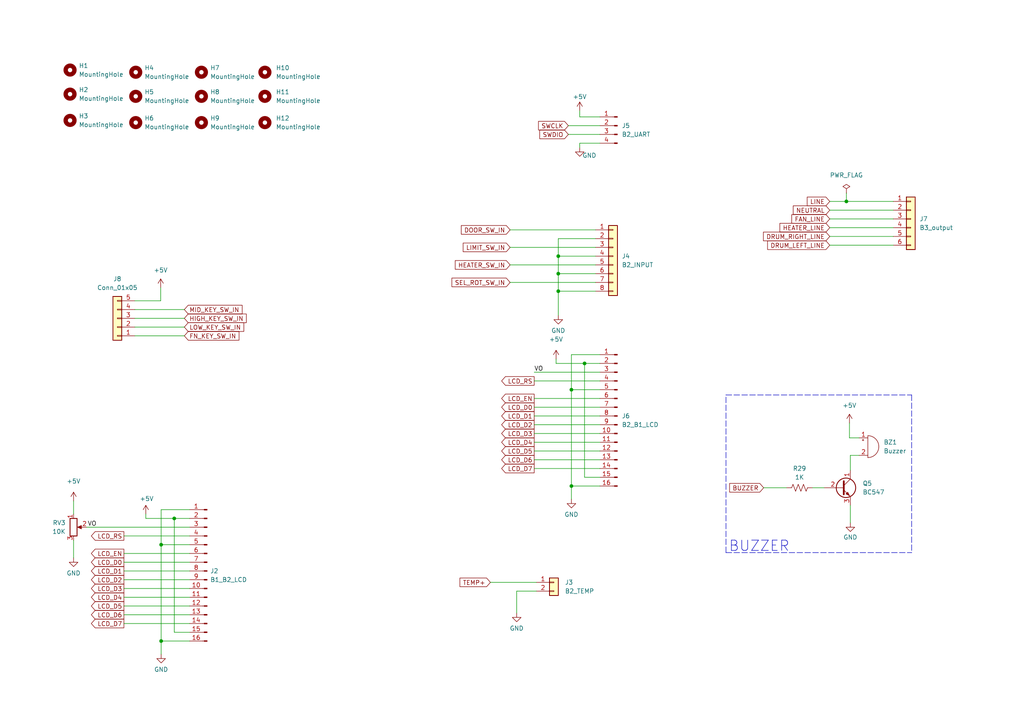
<source format=kicad_sch>
(kicad_sch (version 20211123) (generator eeschema)
  (paper "A4")
  (lib_symbols
    (symbol "Connector:Conn_01x04_Male" (pin_names (offset 1.016) hide)
      (property "Reference" "J" (at 0 5.08 0))
      (property "Value" "Conn_01x04_Male" (at 0 -7.62 0))
      (symbol "Conn_01x04_Male_1_1"
        (polyline (pts (xy 1.27 -5.08) (xy 0.8636 -5.08)) (stroke (width 0.1524)))
        (polyline (pts (xy 1.27 -2.54) (xy 0.8636 -2.54)) (stroke (width 0.1524)))
        (polyline (pts (xy 1.27 0) (xy 0.8636 0)) (stroke (width 0.1524)))
        (polyline (pts (xy 1.27 2.54) (xy 0.8636 2.54)) (stroke (width 0.1524)))
        (rectangle (start 0.8636 -4.953) (end 0 -5.207) (stroke (width 0.1524)) (fill (type outline)))
        (rectangle (start 0.8636 -2.413) (end 0 -2.667) (stroke (width 0.1524)) (fill (type outline)))
        (rectangle (start 0.8636 0.127) (end 0 -0.127) (stroke (width 0.1524)) (fill (type outline)))
        (rectangle (start 0.8636 2.667) (end 0 2.413) (stroke (width 0.1524)) (fill (type outline)))
        (pin passive line (at 5.08 2.54 180) (length 3.81) (name "Pin_1") (number "1"))
        (pin passive line (at 5.08 0 180) (length 3.81) (name "Pin_2") (number "2"))
        (pin passive line (at 5.08 -2.54 180) (length 3.81) (name "Pin_3") (number "3"))
        (pin passive line (at 5.08 -5.08 180) (length 3.81) (name "Pin_4") (number "4"))
      )
    )
    (symbol "Connector:Conn_01x16_Male" (pin_names (offset 1.016) hide)
      (property "Reference" "J" (at 0 20.32 0))
      (property "Value" "Conn_01x16_Male" (at 0 -22.86 0))
      (symbol "Conn_01x16_Male_1_1"
        (polyline (pts (xy 1.27 -20.32) (xy 0.8636 -20.32)) (stroke (width 0.1524)))
        (polyline (pts (xy 1.27 -17.78) (xy 0.8636 -17.78)) (stroke (width 0.1524)))
        (polyline (pts (xy 1.27 -15.24) (xy 0.8636 -15.24)) (stroke (width 0.1524)))
        (polyline (pts (xy 1.27 -12.7) (xy 0.8636 -12.7)) (stroke (width 0.1524)))
        (polyline (pts (xy 1.27 -10.16) (xy 0.8636 -10.16)) (stroke (width 0.1524)))
        (polyline (pts (xy 1.27 -7.62) (xy 0.8636 -7.62)) (stroke (width 0.1524)))
        (polyline (pts (xy 1.27 -5.08) (xy 0.8636 -5.08)) (stroke (width 0.1524)))
        (polyline (pts (xy 1.27 -2.54) (xy 0.8636 -2.54)) (stroke (width 0.1524)))
        (polyline (pts (xy 1.27 0) (xy 0.8636 0)) (stroke (width 0.1524)))
        (polyline (pts (xy 1.27 2.54) (xy 0.8636 2.54)) (stroke (width 0.1524)))
        (polyline (pts (xy 1.27 5.08) (xy 0.8636 5.08)) (stroke (width 0.1524)))
        (polyline (pts (xy 1.27 7.62) (xy 0.8636 7.62)) (stroke (width 0.1524)))
        (polyline (pts (xy 1.27 10.16) (xy 0.8636 10.16)) (stroke (width 0.1524)))
        (polyline (pts (xy 1.27 12.7) (xy 0.8636 12.7)) (stroke (width 0.1524)))
        (polyline (pts (xy 1.27 15.24) (xy 0.8636 15.24)) (stroke (width 0.1524)))
        (polyline (pts (xy 1.27 17.78) (xy 0.8636 17.78)) (stroke (width 0.1524)))
        (rectangle (start 0.8636 -20.193) (end 0 -20.447) (stroke (width 0.1524)) (fill (type outline)))
        (rectangle (start 0.8636 -17.653) (end 0 -17.907) (stroke (width 0.1524)) (fill (type outline)))
        (rectangle (start 0.8636 -15.113) (end 0 -15.367) (stroke (width 0.1524)) (fill (type outline)))
        (rectangle (start 0.8636 -12.573) (end 0 -12.827) (stroke (width 0.1524)) (fill (type outline)))
        (rectangle (start 0.8636 -10.033) (end 0 -10.287) (stroke (width 0.1524)) (fill (type outline)))
        (rectangle (start 0.8636 -7.493) (end 0 -7.747) (stroke (width 0.1524)) (fill (type outline)))
        (rectangle (start 0.8636 -4.953) (end 0 -5.207) (stroke (width 0.1524)) (fill (type outline)))
        (rectangle (start 0.8636 -2.413) (end 0 -2.667) (stroke (width 0.1524)) (fill (type outline)))
        (rectangle (start 0.8636 0.127) (end 0 -0.127) (stroke (width 0.1524)) (fill (type outline)))
        (rectangle (start 0.8636 2.667) (end 0 2.413) (stroke (width 0.1524)) (fill (type outline)))
        (rectangle (start 0.8636 5.207) (end 0 4.953) (stroke (width 0.1524)) (fill (type outline)))
        (rectangle (start 0.8636 7.747) (end 0 7.493) (stroke (width 0.1524)) (fill (type outline)))
        (rectangle (start 0.8636 10.287) (end 0 10.033) (stroke (width 0.1524)) (fill (type outline)))
        (rectangle (start 0.8636 12.827) (end 0 12.573) (stroke (width 0.1524)) (fill (type outline)))
        (rectangle (start 0.8636 15.367) (end 0 15.113) (stroke (width 0.1524)) (fill (type outline)))
        (rectangle (start 0.8636 17.907) (end 0 17.653) (stroke (width 0.1524)) (fill (type outline)))
        (pin passive line (at 5.08 17.78 180) (length 3.81) (name "Pin_1") (number "1"))
        (pin passive line (at 5.08 -5.08 180) (length 3.81) (name "Pin_10") (number "10"))
        (pin passive line (at 5.08 -7.62 180) (length 3.81) (name "Pin_11") (number "11"))
        (pin passive line (at 5.08 -10.16 180) (length 3.81) (name "Pin_12") (number "12"))
        (pin passive line (at 5.08 -12.7 180) (length 3.81) (name "Pin_13") (number "13"))
        (pin passive line (at 5.08 -15.24 180) (length 3.81) (name "Pin_14") (number "14"))
        (pin passive line (at 5.08 -17.78 180) (length 3.81) (name "Pin_15") (number "15"))
        (pin passive line (at 5.08 -20.32 180) (length 3.81) (name "Pin_16") (number "16"))
        (pin passive line (at 5.08 15.24 180) (length 3.81) (name "Pin_2") (number "2"))
        (pin passive line (at 5.08 12.7 180) (length 3.81) (name "Pin_3") (number "3"))
        (pin passive line (at 5.08 10.16 180) (length 3.81) (name "Pin_4") (number "4"))
        (pin passive line (at 5.08 7.62 180) (length 3.81) (name "Pin_5") (number "5"))
        (pin passive line (at 5.08 5.08 180) (length 3.81) (name "Pin_6") (number "6"))
        (pin passive line (at 5.08 2.54 180) (length 3.81) (name "Pin_7") (number "7"))
        (pin passive line (at 5.08 0 180) (length 3.81) (name "Pin_8") (number "8"))
        (pin passive line (at 5.08 -2.54 180) (length 3.81) (name "Pin_9") (number "9"))
      )
    )
    (symbol "Connector_Generic:Conn_01x02" (pin_names (offset 1.016) hide)
      (property "Reference" "J" (at 0 2.54 0))
      (property "Value" "Conn_01x02" (at 0 -5.08 0))
      (symbol "Conn_01x02_1_1"
        (rectangle (start -1.27 -2.413) (end 0 -2.667) (stroke (width 0.1524)))
        (rectangle (start -1.27 0.127) (end 0 -0.127) (stroke (width 0.1524)))
        (rectangle (start -1.27 1.27) (end 1.27 -3.81) (stroke (width 0.254)) (fill (type background)))
        (pin passive line (at -5.08 0 0) (length 3.81) (name "Pin_1") (number "1"))
        (pin passive line (at -5.08 -2.54 0) (length 3.81) (name "Pin_2") (number "2"))
      )
    )
    (symbol "Connector_Generic:Conn_01x05" (pin_names (offset 1.016) hide)
      (property "Reference" "J" (at 0 7.62 0))
      (property "Value" "Conn_01x05" (at 0 -7.62 0))
      (symbol "Conn_01x05_1_1"
        (rectangle (start -1.27 -4.953) (end 0 -5.207) (stroke (width 0.1524)))
        (rectangle (start -1.27 -2.413) (end 0 -2.667) (stroke (width 0.1524)))
        (rectangle (start -1.27 0.127) (end 0 -0.127) (stroke (width 0.1524)))
        (rectangle (start -1.27 2.667) (end 0 2.413) (stroke (width 0.1524)))
        (rectangle (start -1.27 5.207) (end 0 4.953) (stroke (width 0.1524)))
        (rectangle (start -1.27 6.35) (end 1.27 -6.35) (stroke (width 0.254)) (fill (type background)))
        (pin passive line (at -5.08 5.08 0) (length 3.81) (name "Pin_1") (number "1"))
        (pin passive line (at -5.08 2.54 0) (length 3.81) (name "Pin_2") (number "2"))
        (pin passive line (at -5.08 0 0) (length 3.81) (name "Pin_3") (number "3"))
        (pin passive line (at -5.08 -2.54 0) (length 3.81) (name "Pin_4") (number "4"))
        (pin passive line (at -5.08 -5.08 0) (length 3.81) (name "Pin_5") (number "5"))
      )
    )
    (symbol "Connector_Generic:Conn_01x06" (pin_names (offset 1.016) hide)
      (property "Reference" "J" (at 0 7.62 0))
      (property "Value" "Conn_01x06" (at 0 -10.16 0))
      (symbol "Conn_01x06_1_1"
        (rectangle (start -1.27 -7.493) (end 0 -7.747) (stroke (width 0.1524)))
        (rectangle (start -1.27 -4.953) (end 0 -5.207) (stroke (width 0.1524)))
        (rectangle (start -1.27 -2.413) (end 0 -2.667) (stroke (width 0.1524)))
        (rectangle (start -1.27 0.127) (end 0 -0.127) (stroke (width 0.1524)))
        (rectangle (start -1.27 2.667) (end 0 2.413) (stroke (width 0.1524)))
        (rectangle (start -1.27 5.207) (end 0 4.953) (stroke (width 0.1524)))
        (rectangle (start -1.27 6.35) (end 1.27 -8.89) (stroke (width 0.254)) (fill (type background)))
        (pin passive line (at -5.08 5.08 0) (length 3.81) (name "Pin_1") (number "1"))
        (pin passive line (at -5.08 2.54 0) (length 3.81) (name "Pin_2") (number "2"))
        (pin passive line (at -5.08 0 0) (length 3.81) (name "Pin_3") (number "3"))
        (pin passive line (at -5.08 -2.54 0) (length 3.81) (name "Pin_4") (number "4"))
        (pin passive line (at -5.08 -5.08 0) (length 3.81) (name "Pin_5") (number "5"))
        (pin passive line (at -5.08 -7.62 0) (length 3.81) (name "Pin_6") (number "6"))
      )
    )
    (symbol "Connector_Generic:Conn_01x08" (pin_names (offset 1.016) hide)
      (property "Reference" "J" (at 0 10.16 0))
      (property "Value" "Conn_01x08" (at 0 -12.7 0))
      (symbol "Conn_01x08_1_1"
        (rectangle (start -1.27 -10.033) (end 0 -10.287) (stroke (width 0.1524)))
        (rectangle (start -1.27 -7.493) (end 0 -7.747) (stroke (width 0.1524)))
        (rectangle (start -1.27 -4.953) (end 0 -5.207) (stroke (width 0.1524)))
        (rectangle (start -1.27 -2.413) (end 0 -2.667) (stroke (width 0.1524)))
        (rectangle (start -1.27 0.127) (end 0 -0.127) (stroke (width 0.1524)))
        (rectangle (start -1.27 2.667) (end 0 2.413) (stroke (width 0.1524)))
        (rectangle (start -1.27 5.207) (end 0 4.953) (stroke (width 0.1524)))
        (rectangle (start -1.27 7.747) (end 0 7.493) (stroke (width 0.1524)))
        (rectangle (start -1.27 8.89) (end 1.27 -11.43) (stroke (width 0.254)) (fill (type background)))
        (pin passive line (at -5.08 7.62 0) (length 3.81) (name "Pin_1") (number "1"))
        (pin passive line (at -5.08 5.08 0) (length 3.81) (name "Pin_2") (number "2"))
        (pin passive line (at -5.08 2.54 0) (length 3.81) (name "Pin_3") (number "3"))
        (pin passive line (at -5.08 0 0) (length 3.81) (name "Pin_4") (number "4"))
        (pin passive line (at -5.08 -2.54 0) (length 3.81) (name "Pin_5") (number "5"))
        (pin passive line (at -5.08 -5.08 0) (length 3.81) (name "Pin_6") (number "6"))
        (pin passive line (at -5.08 -7.62 0) (length 3.81) (name "Pin_7") (number "7"))
        (pin passive line (at -5.08 -10.16 0) (length 3.81) (name "Pin_8") (number "8"))
      )
    )
    (symbol "Device:Buzzer" (pin_names (offset 0.0254) hide)
      (property "Reference" "BZ" (at 3.81 1.27 0))
      (property "Value" "Buzzer" (at 3.81 -1.27 0))
      (symbol "Buzzer_0_1"
        (arc (start 0 -3.175) (mid 3.175 0) (end 0 3.175))
        (polyline (pts (xy -1.651 1.905) (xy -1.143 1.905)))
        (polyline (pts (xy -1.397 2.159) (xy -1.397 1.651)))
        (polyline (pts (xy 0 3.175) (xy 0 -3.175)))
      )
      (symbol "Buzzer_1_1"
        (pin passive line (at -2.54 2.54 0) (length 2.54) (name "-") (number "1"))
        (pin passive line (at -2.54 -2.54 0) (length 2.54) (name "+") (number "2"))
      )
    )
    (symbol "Device:R_Potentiometer" (pin_names (offset 1.016) hide)
      (property "Reference" "RV" (at -4.445 0 90))
      (property "Value" "R_Potentiometer" (at -2.54 0 90))
      (symbol "R_Potentiometer_0_1"
        (polyline (pts (xy 2.54 0) (xy 1.524 0)))
        (polyline (pts (xy 1.143 0) (xy 2.286 0.508) (xy 2.286 -0.508) (xy 1.143 0)) (fill (type outline)))
        (rectangle (start 1.016 2.54) (end -1.016 -2.54) (stroke (width 0.254)))
      )
      (symbol "R_Potentiometer_1_1"
        (pin passive line (at 0 3.81 270) (length 1.27) (name "1") (number "1"))
        (pin passive line (at 3.81 0 180) (length 1.27) (name "2") (number "2"))
        (pin passive line (at 0 -3.81 90) (length 1.27) (name "3") (number "3"))
      )
    )
    (symbol "Device:R_US" (pin_numbers hide) (pin_names (offset 0))
      (property "Reference" "R" (at 2.54 0 90))
      (property "Value" "R_US" (at -2.54 0 90))
      (symbol "R_US_0_1"
        (polyline (pts (xy 0 -2.286) (xy 0 -2.54)))
        (polyline (pts (xy 0 2.286) (xy 0 2.54)))
        (polyline (pts (xy 0 -0.762) (xy 1.016 -1.143) (xy 0 -1.524) (xy -1.016 -1.905) (xy 0 -2.286)))
        (polyline (pts (xy 0 0.762) (xy 1.016 0.381) (xy 0 0) (xy -1.016 -0.381) (xy 0 -0.762)))
        (polyline (pts (xy 0 2.286) (xy 1.016 1.905) (xy 0 1.524) (xy -1.016 1.143) (xy 0 0.762)))
      )
      (symbol "R_US_1_1"
        (pin passive line (at 0 3.81 270) (length 1.27) (name "~") (number "1"))
        (pin passive line (at 0 -3.81 90) (length 1.27) (name "~") (number "2"))
      )
    )
    (symbol "Mechanical:MountingHole" (pin_names (offset 1.016))
      (property "Reference" "H" (at 0 5.08 0))
      (property "Value" "MountingHole" (at 0 3.175 0))
      (symbol "MountingHole_0_1"
        (circle (center 0 0) (radius 1.27) (stroke (width 1.27)))
      )
    )
    (symbol "Transistor_BJT:BC547" (pin_names (offset 0) hide)
      (property "Reference" "Q" (at 5.08 1.905 0))
      (property "Value" "BC547" (at 5.08 0 0))
      (symbol "BC547_0_1"
        (polyline (pts (xy 0 0) (xy 0.635 0)))
        (polyline (pts (xy 0.635 0.635) (xy 2.54 2.54)))
        (polyline (pts (xy 0.635 -0.635) (xy 2.54 -2.54) (xy 2.54 -2.54)))
        (polyline (pts (xy 0.635 1.905) (xy 0.635 -1.905) (xy 0.635 -1.905)) (stroke (width 0.508)))
        (polyline (pts (xy 1.27 -1.778) (xy 1.778 -1.27) (xy 2.286 -2.286) (xy 1.27 -1.778) (xy 1.27 -1.778)) (fill (type outline)))
        (circle (center 1.27 0) (radius 2.8194) (stroke (width 0.254)))
      )
      (symbol "BC547_1_1"
        (pin passive line (at 2.54 5.08 270) (length 2.54) (name "C") (number "1"))
        (pin input line (at -5.08 0 0) (length 5.08) (name "B") (number "2"))
        (pin passive line (at 2.54 -5.08 90) (length 2.54) (name "E") (number "3"))
      )
    )
    (symbol "power:+5V" (power) (pin_names (offset 0))
      (property "Value" "+5V" (at 0 3.556 0))
      (symbol "+5V_0_1"
        (polyline (pts (xy -0.762 1.27) (xy 0 2.54)))
        (polyline (pts (xy 0 0) (xy 0 2.54)))
        (polyline (pts (xy 0 2.54) (xy 0.762 1.27)))
      )
      (symbol "+5V_1_1"
        (pin power_in line (at 0 0 90) (length 0) hide (name "+5V") (number "1"))
      )
    )
    (symbol "power:GND" (power) (pin_names (offset 0))
      (property "Value" "GND" (at 0 -3.81 0))
      (symbol "GND_0_1"
        (polyline (pts (xy 0 0) (xy 0 -1.27) (xy 1.27 -1.27) (xy 0 -2.54) (xy -1.27 -1.27) (xy 0 -1.27)))
      )
      (symbol "GND_1_1"
        (pin power_in line (at 0 0 270) (length 0) hide (name "GND") (number "1"))
      )
    )
    (symbol "power:PWR_FLAG" (power) (pin_numbers hide) (pin_names (offset 0) hide)
      (property "Value" "PWR_FLAG" (at 0 3.81 0))
      (symbol "PWR_FLAG_0_0"
        (pin power_out line (at 0 0 90) (length 0) (name "pwr") (number "1"))
      )
      (symbol "PWR_FLAG_0_1"
        (polyline (pts (xy 0 0) (xy 0 1.27) (xy -1.016 1.905) (xy 0 2.54) (xy 1.016 1.905) (xy 0 1.27)))
      )
    )
  )
  (junction (at 165.735 113.03))
  (junction (at 161.925 74.295))
  (junction (at 165.735 140.97))
  (junction (at 245.491 58.42))
  (junction (at 161.925 84.455))
  (junction (at 161.925 79.375))
  (junction (at 46.736 185.928))
  (junction (at 50.546 150.368))
  (junction (at 46.736 157.988))
  (junction (at 169.545 105.41))
  (wire (pts (xy 35.941 165.608) (xy 54.991 165.608)))
  (wire (pts (xy 154.94 120.65) (xy 173.99 120.65)))
  (wire (pts (xy 46.736 185.928) (xy 46.736 189.738)))
  (wire (pts (xy 35.941 155.448) (xy 54.991 155.448)))
  (wire (pts (xy 240.665 63.5) (xy 259.08 63.5)))
  (wire (pts (xy 39.116 94.869) (xy 53.467 94.869)))
  (wire (pts (xy 35.941 175.768) (xy 54.991 175.768)))
  (wire (pts (xy 240.665 66.04) (xy 259.08 66.04)))
  (wire (pts (xy 168.148 33.909) (xy 168.148 32.131)))
  (wire (pts (xy 147.955 66.675) (xy 172.72 66.675)))
  (polyline (pts (xy 210.566 160.274) (xy 210.566 114.554)))
  (wire (pts (xy 154.94 128.27) (xy 173.99 128.27)))
  (wire (pts (xy 35.941 160.528) (xy 54.991 160.528)))
  (wire (pts (xy 46.736 185.928) (xy 54.991 185.928)))
  (wire (pts (xy 240.665 58.42) (xy 245.491 58.42)))
  (wire (pts (xy 169.545 138.43) (xy 169.545 105.41)))
  (wire (pts (xy 172.72 69.215) (xy 161.925 69.215)))
  (wire (pts (xy 245.491 58.42) (xy 259.08 58.42)))
  (wire (pts (xy 42.291 149.098) (xy 42.291 150.368)))
  (wire (pts (xy 39.116 87.249) (xy 46.609 87.249)))
  (wire (pts (xy 168.148 41.529) (xy 168.148 42.799)))
  (wire (pts (xy 149.86 171.45) (xy 149.86 177.8)))
  (wire (pts (xy 54.991 183.388) (xy 50.546 183.388)))
  (wire (pts (xy 46.736 147.828) (xy 46.736 157.988)))
  (wire (pts (xy 35.941 168.148) (xy 54.991 168.148)))
  (wire (pts (xy 240.665 71.12) (xy 259.08 71.12)))
  (wire (pts (xy 169.545 105.41) (xy 173.99 105.41)))
  (wire (pts (xy 154.94 123.19) (xy 173.99 123.19)))
  (wire (pts (xy 245.491 56.007) (xy 245.491 58.42)))
  (wire (pts (xy 142.24 168.91) (xy 155.575 168.91)))
  (wire (pts (xy 21.336 156.718) (xy 21.336 161.798)))
  (wire (pts (xy 154.94 125.73) (xy 173.99 125.73)))
  (wire (pts (xy 154.94 135.89) (xy 173.99 135.89)))
  (wire (pts (xy 173.99 138.43) (xy 169.545 138.43)))
  (wire (pts (xy 161.925 79.375) (xy 161.925 84.455)))
  (wire (pts (xy 161.29 105.41) (xy 169.545 105.41)))
  (wire (pts (xy 35.941 180.848) (xy 54.991 180.848)))
  (wire (pts (xy 39.116 97.409) (xy 53.467 97.409)))
  (wire (pts (xy 154.94 133.35) (xy 173.99 133.35)))
  (wire (pts (xy 249.174 127) (xy 246.38 127)))
  (wire (pts (xy 39.116 89.789) (xy 53.467 89.789)))
  (wire (pts (xy 161.925 69.215) (xy 161.925 74.295)))
  (wire (pts (xy 46.736 157.988) (xy 54.991 157.988)))
  (wire (pts (xy 161.925 84.455) (xy 161.925 91.44)))
  (wire (pts (xy 46.609 83.439) (xy 46.609 87.249)))
  (polyline (pts (xy 264.414 114.554) (xy 264.414 160.274)))
  (wire (pts (xy 147.955 71.755) (xy 172.72 71.755)))
  (wire (pts (xy 46.736 157.988) (xy 46.736 185.928)))
  (wire (pts (xy 35.941 170.688) (xy 54.991 170.688)))
  (wire (pts (xy 235.712 141.478) (xy 239.014 141.478)))
  (wire (pts (xy 161.925 79.375) (xy 172.72 79.375)))
  (polyline (pts (xy 210.566 160.274) (xy 264.414 160.274)))
  (wire (pts (xy 165.735 102.87) (xy 165.735 113.03)))
  (wire (pts (xy 161.29 104.14) (xy 161.29 105.41)))
  (wire (pts (xy 154.94 118.11) (xy 173.99 118.11)))
  (wire (pts (xy 147.955 76.835) (xy 172.72 76.835)))
  (wire (pts (xy 165.735 113.03) (xy 165.735 140.97)))
  (wire (pts (xy 39.116 92.329) (xy 53.467 92.329)))
  (wire (pts (xy 173.99 41.529) (xy 168.148 41.529)))
  (wire (pts (xy 25.146 152.908) (xy 54.991 152.908)))
  (wire (pts (xy 50.546 150.368) (xy 54.991 150.368)))
  (wire (pts (xy 165.735 102.87) (xy 173.99 102.87)))
  (wire (pts (xy 154.94 130.81) (xy 173.99 130.81)))
  (wire (pts (xy 164.846 38.989) (xy 173.99 38.989)))
  (wire (pts (xy 164.846 36.449) (xy 173.99 36.449)))
  (wire (pts (xy 240.665 60.96) (xy 259.08 60.96)))
  (wire (pts (xy 42.291 150.368) (xy 50.546 150.368)))
  (wire (pts (xy 246.634 146.558) (xy 246.634 151.638)))
  (wire (pts (xy 246.634 132.08) (xy 249.174 132.08)))
  (wire (pts (xy 21.336 145.288) (xy 21.336 149.098)))
  (wire (pts (xy 246.38 122.682) (xy 246.38 127)))
  (wire (pts (xy 221.488 141.478) (xy 228.092 141.478)))
  (wire (pts (xy 154.94 115.57) (xy 173.99 115.57)))
  (wire (pts (xy 161.925 84.455) (xy 172.72 84.455)))
  (wire (pts (xy 35.941 173.228) (xy 54.991 173.228)))
  (wire (pts (xy 161.925 74.295) (xy 172.72 74.295)))
  (wire (pts (xy 165.735 113.03) (xy 173.99 113.03)))
  (wire (pts (xy 240.665 68.58) (xy 259.08 68.58)))
  (wire (pts (xy 154.94 110.49) (xy 173.99 110.49)))
  (wire (pts (xy 35.941 163.068) (xy 54.991 163.068)))
  (wire (pts (xy 161.925 74.295) (xy 161.925 79.375)))
  (wire (pts (xy 246.634 136.398) (xy 246.634 132.08)))
  (wire (pts (xy 46.736 147.828) (xy 54.991 147.828)))
  (wire (pts (xy 155.575 171.45) (xy 149.86 171.45)))
  (wire (pts (xy 165.735 140.97) (xy 165.735 144.78)))
  (wire (pts (xy 50.546 183.388) (xy 50.546 150.368)))
  (wire (pts (xy 165.735 140.97) (xy 173.99 140.97)))
  (wire (pts (xy 35.941 178.308) (xy 54.991 178.308)))
  (polyline (pts (xy 210.566 114.554) (xy 264.414 114.554)))
  (wire (pts (xy 154.94 107.95) (xy 173.99 107.95)))
  (wire (pts (xy 173.99 33.909) (xy 168.148 33.909)))
  (wire (pts (xy 147.955 81.915) (xy 172.72 81.915)))
  (text "BUZZER" (at 211.328 160.274 0) (effects (font (size 3 3)) (justify left bottom)))
  (label "VO" (at 154.94 107.95 0))
  (label "VO" (at 25.4 152.908 0))
  (global_label "LCD_D6" (shape output) (at 35.941 178.308 180) (property "Intersheet References" "${INTERSHEET_REFS}" (effects hide)))
  (global_label "LCD_RS" (shape output) (at 35.941 155.448 180) (property "Intersheet References" "${INTERSHEET_REFS}" (effects hide)))
  (global_label "LCD_D4" (shape output) (at 35.941 173.228 180) (property "Intersheet References" "${INTERSHEET_REFS}" (effects hide)))
  (global_label "LCD_D2" (shape output) (at 154.94 123.19 180) (property "Intersheet References" "${INTERSHEET_REFS}" (effects hide)))
  (global_label "LCD_D2" (shape output) (at 35.941 168.148 180) (property "Intersheet References" "${INTERSHEET_REFS}" (effects hide)))
  (global_label "LCD_D1" (shape output) (at 154.94 120.65 180) (property "Intersheet References" "${INTERSHEET_REFS}" (effects hide)))
  (global_label "MID_KEY_SW_IN" (shape input) (at 53.467 89.789 0) (property "Intersheet References" "${INTERSHEET_REFS}" (effects hide)))
  (global_label "LCD_D7" (shape output) (at 154.94 135.89 180) (property "Intersheet References" "${INTERSHEET_REFS}" (effects hide)))
  (global_label "FAN_LINE" (shape input) (at 240.665 63.5 180) (property "Intersheet References" "${INTERSHEET_REFS}" (effects hide)))
  (global_label "TEMP+" (shape input) (at 142.24 168.91 180) (property "Intersheet References" "${INTERSHEET_REFS}" (effects hide)))
  (global_label "LCD_D6" (shape output) (at 154.94 133.35 180) (property "Intersheet References" "${INTERSHEET_REFS}" (effects hide)))
  (global_label "SWCLK" (shape input) (at 164.846 36.449 180) (property "Intersheet References" "${INTERSHEET_REFS}" (effects hide)))
  (global_label "LINE" (shape input) (at 240.665 58.42 180) (property "Intersheet References" "${INTERSHEET_REFS}" (effects hide)))
  (global_label "SEL_ROT_SW_IN" (shape input) (at 147.955 81.915 180) (property "Intersheet References" "${INTERSHEET_REFS}" (effects hide)))
  (global_label "LCD_EN" (shape output) (at 154.94 115.57 180) (property "Intersheet References" "${INTERSHEET_REFS}" (effects hide)))
  (global_label "LCD_D1" (shape output) (at 35.941 165.608 180) (property "Intersheet References" "${INTERSHEET_REFS}" (effects hide)))
  (global_label "LCD_D5" (shape output) (at 154.94 130.81 180) (property "Intersheet References" "${INTERSHEET_REFS}" (effects hide)))
  (global_label "LCD_EN" (shape output) (at 35.941 160.528 180) (property "Intersheet References" "${INTERSHEET_REFS}" (effects hide)))
  (global_label "DOOR_SW_IN" (shape input) (at 147.955 66.675 180) (property "Intersheet References" "${INTERSHEET_REFS}" (effects hide)))
  (global_label "LCD_D7" (shape output) (at 35.941 180.848 180) (property "Intersheet References" "${INTERSHEET_REFS}" (effects hide)))
  (global_label "LCD_D0" (shape output) (at 154.94 118.11 180) (property "Intersheet References" "${INTERSHEET_REFS}" (effects hide)))
  (global_label "LCD_D3" (shape output) (at 35.941 170.688 180) (property "Intersheet References" "${INTERSHEET_REFS}" (effects hide)))
  (global_label "FN_KEY_SW_IN" (shape input) (at 53.467 97.409 0) (property "Intersheet References" "${INTERSHEET_REFS}" (effects hide)))
  (global_label "LCD_D5" (shape output) (at 35.941 175.768 180) (property "Intersheet References" "${INTERSHEET_REFS}" (effects hide)))
  (global_label "HEATER_LINE" (shape input) (at 240.665 66.04 180) (property "Intersheet References" "${INTERSHEET_REFS}" (effects hide)))
  (global_label "HEATER_SW_IN" (shape input) (at 147.955 76.835 180) (property "Intersheet References" "${INTERSHEET_REFS}" (effects hide)))
  (global_label "LCD_D3" (shape output) (at 154.94 125.73 180) (property "Intersheet References" "${INTERSHEET_REFS}" (effects hide)))
  (global_label "NEUTRAL" (shape input) (at 240.665 60.96 180) (property "Intersheet References" "${INTERSHEET_REFS}" (effects hide)))
  (global_label "DRUM_RIGHT_LINE" (shape input) (at 240.665 68.58 180) (property "Intersheet References" "${INTERSHEET_REFS}" (effects hide)))
  (global_label "LCD_D4" (shape output) (at 154.94 128.27 180) (property "Intersheet References" "${INTERSHEET_REFS}" (effects hide)))
  (global_label "DRUM_LEFT_LINE" (shape input) (at 240.665 71.12 180) (property "Intersheet References" "${INTERSHEET_REFS}" (effects hide)))
  (global_label "SWDIO" (shape input) (at 164.846 38.989 180) (property "Intersheet References" "${INTERSHEET_REFS}" (effects hide)))
  (global_label "HIGH_KEY_SW_IN" (shape input) (at 53.467 92.329 0) (property "Intersheet References" "${INTERSHEET_REFS}" (effects hide)))
  (global_label "LCD_RS" (shape output) (at 154.94 110.49 180) (property "Intersheet References" "${INTERSHEET_REFS}" (effects hide)))
  (global_label "LCD_D0" (shape output) (at 35.941 163.068 180) (property "Intersheet References" "${INTERSHEET_REFS}" (effects hide)))
  (global_label "BUZZER" (shape input) (at 221.488 141.478 180) (property "Intersheet References" "${INTERSHEET_REFS}" (effects hide)))
  (global_label "LOW_KEY_SW_IN" (shape input) (at 53.467 94.869 0) (property "Intersheet References" "${INTERSHEET_REFS}" (effects hide)))
  (global_label "LIMIT_SW_IN" (shape input) (at 147.955 71.755 180) (property "Intersheet References" "${INTERSHEET_REFS}" (effects hide)))
  (symbol (lib_id "Connector_Generic:Conn_01x05") (at 34.036 92.329 180) (unit 1)
    (property "Reference" "J8" (at 34.036 80.899 0))
    (property "Value" "Conn_01x05" (at 34.036 83.439 0))
    (property "Footprint" "Connector_PinHeader_2.54mm:PinHeader_1x05_P2.54mm_Vertical" (effects hide))
  )
  (symbol (lib_id "power:+5V") (at 21.336 145.288 0) (unit 1)
    (property "Reference" "#PWR039" (effects hide))
    (property "Value" "+5V" (at 21.336 139.573 0))
  )
  (symbol (lib_id "power:GND") (at 46.736 189.738 0) (unit 1)
    (property "Reference" "#PWR042" (effects hide))
    (property "Value" "GND" (at 46.736 194.183 0))
  )
  (symbol (lib_id "power:PWR_FLAG") (at 245.491 56.007 0) (unit 1)
    (property "Reference" "#FLG04" (effects hide))
    (property "Value" "PWR_FLAG" (at 245.491 50.8 0))
  )
  (symbol (lib_id "Mechanical:MountingHole") (at 58.42 27.94 0) (unit 1)
    (property "Reference" "H8" (at 60.96 26.6699 0) (effects (justify left)))
    (property "Value" "MountingHole" (at 60.96 29.2099 0) (effects (justify left)))
    (property "Footprint" "MountingHole:MountingHole_3mm_Pad" (effects hide))
  )
  (symbol (lib_id "Mechanical:MountingHole") (at 58.42 35.56 0) (unit 1)
    (property "Reference" "H9" (at 60.96 34.2899 0) (effects (justify left)))
    (property "Value" "MountingHole" (at 60.96 36.8299 0) (effects (justify left)))
    (property "Footprint" "MountingHole:MountingHole_3mm_Pad" (effects hide))
  )
  (symbol (lib_id "power:GND") (at 21.336 161.798 0) (unit 1)
    (property "Reference" "#PWR040" (effects hide))
    (property "Value" "GND" (at 21.336 166.243 0))
  )
  (symbol (lib_id "Mechanical:MountingHole") (at 76.835 27.94 0) (unit 1)
    (property "Reference" "H11" (at 80.01 26.6699 0) (effects (justify left)))
    (property "Value" "MountingHole" (at 80.01 29.2099 0) (effects (justify left)))
    (property "Footprint" "MountingHole:MountingHole_3mm_Pad" (effects hide))
  )
  (symbol (lib_id "power:GND") (at 161.925 91.44 0) (unit 1)
    (property "Reference" "#PWR045" (effects hide))
    (property "Value" "GND" (at 161.925 95.885 0))
  )
  (symbol (lib_id "power:+5V") (at 168.148 32.131 0) (unit 1)
    (property "Reference" "#PWR047" (effects hide))
    (property "Value" "+5V" (at 168.148 28.067 0))
  )
  (symbol (lib_id "Connector_Generic:Conn_01x02") (at 160.655 168.91 0) (unit 1)
    (property "Reference" "J3" (at 163.83 168.9099 0) (effects (justify left)))
    (property "Value" "B2_TEMP" (at 163.83 171.4499 0) (effects (justify left)))
    (property "Footprint" "Connector_Phoenix_MC_HighVoltage:PhoenixContact_MCV_1,5_2-G-5.08_1x02_P5.08mm_Vertical" (effects hide))
  )
  (symbol (lib_id "power:+5V") (at 42.291 149.098 0) (unit 1)
    (property "Reference" "#PWR041" (effects hide))
    (property "Value" "+5V" (at 42.545 144.653 0))
  )
  (symbol (lib_id "power:+5V") (at 46.609 83.439 0) (unit 1)
    (property "Reference" "#PWR038" (effects hide))
    (property "Value" "+5V" (at 46.609 78.359 0))
  )
  (symbol (lib_id "Connector_Generic:Conn_01x06") (at 264.16 63.5 0) (unit 1)
    (property "Reference" "J7" (at 266.7 63.4999 0) (effects (justify left)))
    (property "Value" "B3_output" (at 266.7 66.0399 0) (effects (justify left)))
    (property "Footprint" "Connector_Phoenix_MC_HighVoltage:PhoenixContact_MCV_1,5_6-G-5.08_1x06_P5.08mm_Vertical" (effects hide))
  )
  (symbol (lib_id "power:GND") (at 246.634 151.638 0) (unit 1)
    (property "Reference" "#PWR049" (effects hide))
    (property "Value" "GND" (at 246.634 155.829 0))
  )
  (symbol (lib_id "Mechanical:MountingHole") (at 20.32 27.305 0) (unit 1)
    (property "Reference" "H2" (at 22.86 26.0349 0) (effects (justify left)))
    (property "Value" "MountingHole" (at 22.86 28.5749 0) (effects (justify left)))
    (property "Footprint" "MountingHole:MountingHole_3mm_Pad" (effects hide))
  )
  (symbol (lib_id "power:GND") (at 168.148 42.799 0) (unit 1)
    (property "Reference" "#PWR048" (effects hide))
    (property "Value" "GND" (at 170.942 45.085 0))
  )
  (symbol (lib_id "Connector:Conn_01x16_Male") (at 179.07 120.65 0) (mirror y) (unit 1)
    (property "Reference" "J6" (at 180.34 120.6499 0) (effects (justify right)))
    (property "Value" "B2_B1_LCD" (at 180.34 123.1899 0) (effects (justify right)))
    (property "Footprint" "Connector_PinHeader_2.54mm:PinHeader_1x16_P2.54mm_Vertical" (effects hide))
  )
  (symbol (lib_id "Mechanical:MountingHole") (at 39.37 35.56 0) (unit 1)
    (property "Reference" "H6" (at 41.91 34.2899 0) (effects (justify left)))
    (property "Value" "MountingHole" (at 41.91 36.8299 0) (effects (justify left)))
    (property "Footprint" "MountingHole:MountingHole_3mm_Pad" (effects hide))
  )
  (symbol (lib_id "power:+5V") (at 161.29 104.14 0) (unit 1)
    (property "Reference" "#PWR044" (effects hide))
    (property "Value" "+5V" (at 161.29 98.425 0))
  )
  (symbol (lib_id "Transistor_BJT:BC547") (at 244.094 141.478 0) (unit 1)
    (property "Reference" "Q5" (at 250.19 140.2079 0) (effects (justify left)))
    (property "Value" "BC547" (at 250.19 142.7479 0) (effects (justify left)))
    (property "Footprint" "Package_TO_SOT_THT:TO-92_Inline" (effects hide))
    (property "Datasheet" "https://www.onsemi.com/pub/Collateral/BC550-D.pdf" (effects hide))
  )
  (symbol (lib_id "Device:Buzzer") (at 251.714 129.54 0) (unit 1)
    (property "Reference" "BZ1" (at 256.286 128.2699 0) (effects (justify left)))
    (property "Value" "Buzzer" (at 256.286 130.8099 0) (effects (justify left)))
    (property "Footprint" "Buzzer_Beeper:Buzzer_12x9.5RM7.6" (effects hide))
  )
  (symbol (lib_id "power:+5V") (at 246.38 122.682 0) (unit 1)
    (property "Reference" "#PWR0102" (effects hide))
    (property "Value" "+5V" (at 246.38 117.602 0))
  )
  (symbol (lib_id "power:GND") (at 165.735 144.78 0) (unit 1)
    (property "Reference" "#PWR046" (effects hide))
    (property "Value" "GND" (at 165.735 149.225 0))
  )
  (symbol (lib_id "Mechanical:MountingHole") (at 76.835 35.56 0) (unit 1)
    (property "Reference" "H12" (at 80.01 34.2899 0) (effects (justify left)))
    (property "Value" "MountingHole" (at 80.01 36.8299 0) (effects (justify left)))
    (property "Footprint" "MountingHole:MountingHole_3mm_Pad" (effects hide))
  )
  (symbol (lib_id "Device:R_Potentiometer") (at 21.336 152.908 0) (unit 1)
    (property "Reference" "RV3" (at 19.05 151.6379 0) (effects (justify right)))
    (property "Value" "10K" (at 19.05 154.1779 0) (effects (justify right)))
    (property "Footprint" "Potentiometer_THT:Potentiometer_Bourns_3266W_Vertical" (effects hide))
  )
  (symbol (lib_id "Mechanical:MountingHole") (at 58.42 20.955 0) (unit 1)
    (property "Reference" "H7" (at 60.96 19.6849 0) (effects (justify left)))
    (property "Value" "MountingHole" (at 60.96 22.2249 0) (effects (justify left)))
    (property "Footprint" "MountingHole:MountingHole_3mm_Pad" (effects hide))
  )
  (symbol (lib_id "Connector:Conn_01x04_Male") (at 179.07 36.449 0) (mirror y) (unit 1)
    (property "Reference" "J5" (at 180.34 36.4489 0) (effects (justify right)))
    (property "Value" "B2_UART" (at 180.34 38.9889 0) (effects (justify right)))
    (property "Footprint" "Connector_PinHeader_2.54mm:PinHeader_1x04_P2.54mm_Vertical" (effects hide))
  )
  (symbol (lib_id "Device:R_US") (at 231.902 141.478 90) (unit 1)
    (property "Reference" "R29" (at 231.902 135.89 90))
    (property "Value" "1K" (at 231.902 138.43 90))
    (property "Footprint" "Resistor_THT:R_Axial_DIN0207_L6.3mm_D2.5mm_P10.16mm_Horizontal" (effects hide))
  )
  (symbol (lib_id "Connector:Conn_01x16_Male") (at 60.071 165.608 0) (mirror y) (unit 1)
    (property "Reference" "J2" (at 60.96 165.6079 0) (effects (justify right)))
    (property "Value" "B1_B2_LCD" (at 60.96 168.1479 0) (effects (justify right)))
    (property "Footprint" "Connector_PinHeader_2.54mm:PinHeader_1x16_P2.54mm_Vertical" (effects hide))
  )
  (symbol (lib_id "Mechanical:MountingHole") (at 39.37 20.955 0) (unit 1)
    (property "Reference" "H4" (at 41.91 19.6849 0) (effects (justify left)))
    (property "Value" "MountingHole" (at 41.91 22.2249 0) (effects (justify left)))
    (property "Footprint" "MountingHole:MountingHole_3mm_Pad" (effects hide))
  )
  (symbol (lib_id "Mechanical:MountingHole") (at 76.835 20.955 0) (unit 1)
    (property "Reference" "H10" (at 80.01 19.6849 0) (effects (justify left)))
    (property "Value" "MountingHole" (at 80.01 22.2249 0) (effects (justify left)))
    (property "Footprint" "MountingHole:MountingHole_3mm_Pad" (effects hide))
  )
  (symbol (lib_id "Connector_Generic:Conn_01x08") (at 177.8 74.295 0) (unit 1)
    (property "Reference" "J4" (at 180.34 74.2949 0) (effects (justify left)))
    (property "Value" "B2_INPUT" (at 180.34 76.8349 0) (effects (justify left)))
    (property "Footprint" "Connector_Stocko:Stocko_MKS_1658-6-0-808_1x8_P2.50mm_Vertical" (effects hide))
  )
  (symbol (lib_id "power:GND") (at 149.86 177.8 0) (unit 1)
    (property "Reference" "#PWR043" (effects hide))
    (property "Value" "GND" (at 149.86 182.245 0))
  )
  (symbol (lib_id "Mechanical:MountingHole") (at 39.37 27.94 0) (unit 1)
    (property "Reference" "H5" (at 41.91 26.6699 0) (effects (justify left)))
    (property "Value" "MountingHole" (at 41.91 29.2099 0) (effects (justify left)))
    (property "Footprint" "MountingHole:MountingHole_3mm_Pad" (effects hide))
  )
  (symbol (lib_id "Mechanical:MountingHole") (at 20.32 34.925 0) (unit 1)
    (property "Reference" "H3" (at 22.86 33.6549 0) (effects (justify left)))
    (property "Value" "MountingHole" (at 22.86 36.1949 0) (effects (justify left)))
    (property "Footprint" "MountingHole:MountingHole_3mm_Pad" (effects hide))
  )
  (symbol (lib_id "Mechanical:MountingHole") (at 20.32 20.32 0) (unit 1)
    (property "Reference" "H1" (at 22.86 19.0499 0) (effects (justify left)))
    (property "Value" "MountingHole" (at 22.86 21.5899 0) (effects (justify left)))
    (property "Footprint" "MountingHole:MountingHole_3mm_Pad" (effects hide))
  )
)
</source>
